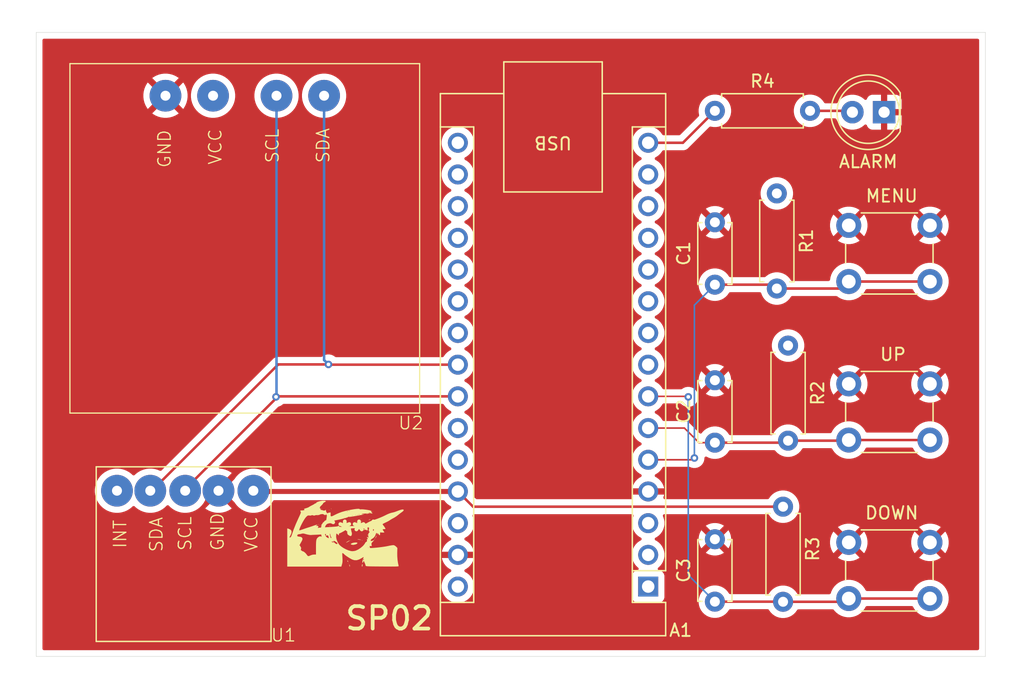
<source format=kicad_pcb>
(kicad_pcb (version 20241229) (generator "pcbnew") (generator_version "9.0")
  (layers (0 "F.Cu" signal) (4 "In1.Cu" signal) (6 "In2.Cu" signal) (2 "B.Cu" signal) (13 "F.Paste" user) (15 "B.Paste" user) (5 "F.SilkS" user "F.Silkscreen") (7 "B.SilkS" user "B.Silkscreen") (1 "F.Mask" user) (3 "B.Mask" user) (25 "Edge.Cuts" user))
  (net 0 "")
  (net 1 "Net-(A1-D12)")
  (net 2 "Net-(A1-D2)")
  (net 6 "Net-(A1-A4)")
  (net 8 "+5V")
  (net 15 "Net-(A1-A5)")
  (net 19 "Net-(A1-D4)")
  (net 21 "GND")
  (net 27 "Net-(A1-D3)")
  (net 30 "Net-(D1-A)")
  (footprint "Resistor_THT:R_Axial_DIN0207_L6.3mm_D2.5mm_P7.62mm_Horizontal" (layer "F.Cu") (at 178.2 82.4 -90)
    (property "Reference" "R1" (at 3.81 -2.37 90) (layer "F.SilkS"))
    (property "Value" "1K")
    (pad "1" thru_hole circle (at 0 0 270) (size 1.6 1.6) (drill 0.8) (layers "*.Cu" "*.Mask") (net 8 "+5V"))
    (pad "2" thru_hole oval (at 7.62 0 270) (size 1.6 1.6) (drill 0.8) (layers "*.Cu" "*.Mask") (net 2 "Net-(A1-D2)"))
  )
  (footprint "LED_THT:LED_D5.0mm" (layer "F.Cu") (at 186.79 75.89 180)
    (property "Reference" "ALARM" (at 1.27 -3.96 0) (layer "F.SilkS"))
    (property "Value" "LED")
    (pad "1" thru_hole rect (at 0 0 180) (size 1.8 1.8) (drill 0.9) (layers "*.Cu" "*.Mask") (net 21 "GND"))
    (pad "2" thru_hole circle (at 2.54 0 180) (size 1.8 1.8) (drill 0.9) (layers "*.Cu" "*.Mask") (net 30 "Net-(D1-A)"))
  )
  (footprint "Button_Switch_THT:SW_PUSH_6mm" (layer "F.Cu") (at 183.96 110.36)
    (property "Reference" "DOWN" (at 3.44 -2.36 0) (layer "F.SilkS"))
    (property "Value" "SW_Push")
    (pad "1" thru_hole circle (at 0 0 90) (size 2 2) (drill 1.1) (layers "*.Cu" "*.Mask") (net 21 "GND"))
    (pad "1" thru_hole circle (at 6.5 0 90) (size 2 2) (drill 1.1) (layers "*.Cu" "*.Mask") (net 21 "GND"))
    (pad "2" thru_hole circle (at 0 4.5 90) (size 2 2) (drill 1.1) (layers "*.Cu" "*.Mask") (net 19 "Net-(A1-D4)"))
    (pad "2" thru_hole circle (at 6.5 4.5 90) (size 2 2) (drill 1.1) (layers "*.Cu" "*.Mask") (net 19 "Net-(A1-D4)"))
  )
  (footprint "Capacitor_THT:C_Disc_D4.7mm_W2.5mm_P5.00mm" (layer "F.Cu") (at 173.24 115.11 90)
    (property "Reference" "C3" (at 2.5 -2.5 90) (layer "F.SilkS"))
    (property "Value" "100n")
    (pad "1" thru_hole circle (at 0 0 90) (size 1.6 1.6) (drill 0.8) (layers "*.Cu" "*.Mask") (net 19 "Net-(A1-D4)"))
    (pad "2" thru_hole circle (at 5 0 90) (size 1.6 1.6) (drill 0.8) (layers "*.Cu" "*.Mask") (net 21 "GND"))
  )
  (footprint "Button_Switch_THT:SW_PUSH_6mm" (layer "F.Cu") (at 183.96 97.66)
    (property "Reference" "UP" (at 3.54 -2.36 0) (layer "F.SilkS"))
    (property "Value" "SW_Push")
    (pad "1" thru_hole circle (at 0 0 90) (size 2 2) (drill 1.1) (layers "*.Cu" "*.Mask") (net 21 "GND"))
    (pad "1" thru_hole circle (at 6.5 0 90) (size 2 2) (drill 1.1) (layers "*.Cu" "*.Mask") (net 21 "GND"))
    (pad "2" thru_hole circle (at 0 4.5 90) (size 2 2) (drill 1.1) (layers "*.Cu" "*.Mask") (net 27 "Net-(A1-D3)"))
    (pad "2" thru_hole circle (at 6.5 4.5 90) (size 2 2) (drill 1.1) (layers "*.Cu" "*.Mask") (net 27 "Net-(A1-D3)"))
  )
  (footprint "Resistor_THT:R_Axial_DIN0207_L6.3mm_D2.5mm_P7.62mm_Horizontal" (layer "F.Cu") (at 173.24 75.78)
    (property "Reference" "R4" (at 3.81 -2.37 0) (layer "F.SilkS"))
    (property "Value" "1k")
    (pad "1" thru_hole circle (at 0 0) (size 1.6 1.6) (drill 0.8) (layers "*.Cu" "*.Mask") (net 1 "Net-(A1-D12)"))
    (pad "2" thru_hole oval (at 7.62 0) (size 1.6 1.6) (drill 0.8) (layers "*.Cu" "*.Mask") (net 30 "Net-(D1-A)"))
  )
  (footprint "Resistor_THT:R_Axial_DIN0207_L6.3mm_D2.5mm_P7.62mm_Horizontal" (layer "F.Cu") (at 179.1 94.59 -90)
    (property "Reference" "R2" (at 3.81 -2.37 90) (layer "F.SilkS"))
    (property "Value" "1K")
    (pad "1" thru_hole circle (at 0 0 270) (size 1.6 1.6) (drill 0.8) (layers "*.Cu" "*.Mask") (net 8 "+5V"))
    (pad "2" thru_hole oval (at 7.62 0 270) (size 1.6 1.6) (drill 0.8) (layers "*.Cu" "*.Mask") (net 27 "Net-(A1-D3)"))
  )
  (footprint "Resistor_THT:R_Axial_DIN0207_L6.3mm_D2.5mm_P7.62mm_Horizontal" (layer "F.Cu") (at 178.7 107.5 -90)
    (property "Reference" "R3" (at 3.39 -2.37 90) (layer "F.SilkS"))
    (property "Value" "1K")
    (pad "1" thru_hole circle (at 0 0 270) (size 1.6 1.6) (drill 0.8) (layers "*.Cu" "*.Mask") (net 8 "+5V"))
    (pad "2" thru_hole oval (at 7.62 0 270) (size 1.6 1.6) (drill 0.8) (layers "*.Cu" "*.Mask") (net 19 "Net-(A1-D4)"))
  )
  (footprint "LOGO" (layer "F.Cu") (at 144 109.5)
    (property "Reference" "G***" (at 0 0 0) (layer "F.SilkS") (effects (font (size 1.5 1.5) (thickness 0.3))))
    (property "Value" "LOGO" (hide yes))
  )
  (footprint "Capacitor_THT:C_Disc_D4.7mm_W2.5mm_P5.00mm" (layer "F.Cu") (at 173.24 89.71 90)
    (property "Reference" "C1" (at 2.5 -2.5 90) (layer "F.SilkS"))
    (property "Value" "100n")
    (pad "1" thru_hole circle (at 0 0 90) (size 1.6 1.6) (drill 0.8) (layers "*.Cu" "*.Mask") (net 2 "Net-(A1-D2)"))
    (pad "2" thru_hole circle (at 5 0 90) (size 1.6 1.6) (drill 0.8) (layers "*.Cu" "*.Mask") (net 21 "GND"))
  )
  (footprint "Capacitor_THT:C_Disc_D4.7mm_W2.5mm_P5.00mm" (layer "F.Cu") (at 173.24 102.37 90)
    (property "Reference" "C2" (at 2.5 -2.5 90) (layer "F.SilkS"))
    (property "Value" "100n")
    (pad "1" thru_hole circle (at 0 0 90) (size 1.6 1.6) (drill 0.8) (layers "*.Cu" "*.Mask") (net 27 "Net-(A1-D3)"))
    (pad "2" thru_hole circle (at 5 0 90) (size 1.6 1.6) (drill 0.8) (layers "*.Cu" "*.Mask") (net 21 "GND"))
  )
  (footprint "footprints:MAX30102" (layer "F.Cu") (at 130.7 111.3)
    (property "Reference" "U1" (at 8 6.5 0) (layer "F.SilkS") (effects (font (thickness 0.1))))
    (property "Value" "MAX30102")
    (fp_text user "SDA" (at -1.6 -0.1 90) (layer "F.SilkS") (effects (font (thickness 0.1)) (justify left bottom)))
    (fp_text user "SCL" (at 0.7 -0.2 90) (layer "F.SilkS") (effects (font (thickness 0.1)) (justify left bottom)))
    (fp_text user "INT" (at -4.5 -0.4 90) (layer "F.SilkS") (effects (font (thickness 0.1)) (justify left bottom)))
    (fp_text user "GND" (at 3.3 -0.2 90) (layer "F.SilkS") (effects (font (thickness 0.1)) (justify left bottom)))
    (fp_text user "VCC" (at 6 -0.1 90) (layer "F.SilkS") (effects (font (thickness 0.1)) (justify left bottom)))
    (pad "1" thru_hole circle (at -5.334 -5.08) (size 2.54 2.54) (drill 0.8) (layers "*.Cu" "*.Mask"))
    (pad "2" thru_hole circle (at -2.667 -5.08) (size 2.54 2.54) (drill 0.8) (layers "*.Cu" "*.Mask") (net 6 "Net-(A1-A4)"))
    (pad "3" thru_hole circle (at 0.127 -5.08) (size 2.54 2.54) (drill 0.8) (layers "*.Cu" "*.Mask") (net 15 "Net-(A1-A5)"))
    (pad "4" thru_hole circle (at 2.794 -5.08) (size 2.54 2.54) (drill 0.8) (layers "*.Cu" "*.Mask") (net 21 "GND"))
    (pad "5" thru_hole circle (at 5.588 -5.08) (size 2.54 2.54) (drill 0.8) (layers "*.Cu" "*.Mask") (net 8 "+5V"))
  )
  (footprint "footprints:Untitled" (layer "F.Cu") (at 135.6 86)
    (property "Reference" "U2" (at 13.3 14.8 0) (layer "F.SilkS") (effects (font (thickness 0.1))))
    (property "Value" "SSD1306")
    (fp_text user "SDA" (at 6.858 -5.969 90) (layer "F.SilkS") (effects (font (thickness 0.1)) (justify left bottom)))
    (fp_text user "GND" (at -5.842 -5.588 90) (layer "F.SilkS") (effects (font (thickness 0.1)) (justify left bottom)))
    (fp_text user "SCL" (at 2.794 -5.969 90) (layer "F.SilkS") (effects (font (thickness 0.1)) (justify left bottom)))
    (fp_text user "VCC" (at -1.778 -5.842 90) (layer "F.SilkS") (effects (font (thickness 0.1)) (justify left bottom)))
    (pad "1" thru_hole circle (at -6.35 -11.43) (size 2.54 2.54) (drill 0.8) (layers "*.Cu" "*.Mask") (net 21 "GND"))
    (pad "2" thru_hole circle (at -2.54 -11.43) (size 2.54 2.54) (drill 0.8) (layers "*.Cu" "*.Mask") (net 8 "+5V"))
    (pad "3" thru_hole circle (at 2.54 -11.43) (size 2.54 2.54) (drill 0.8) (layers "*.Cu" "*.Mask") (net 15 "Net-(A1-A5)"))
    (pad "4" thru_hole circle (at 6.35 -11.43) (size 2.54 2.54) (drill 0.8) (layers "*.Cu" "*.Mask") (net 6 "Net-(A1-A4)"))
  )
  (footprint "Module:Arduino_Nano" (layer "F.Cu") (at 167.9 113.9 180)
    (property "Reference" "A1" (at -2.6 -3.5 0) (layer "F.SilkS"))
    (property "Value" "Arduino_Nano_v3.x")
    (fp_text user "USB" (at 7.62 35.56 180) (layer "F.SilkS"))
    (pad "1" thru_hole rect (at 0 0 180) (size 1.6 1.6) (drill 1) (layers "*.Cu" "*.Mask"))
    (pad "2" thru_hole oval (at 0 2.54 180) (size 1.6 1.6) (drill 1) (layers "*.Cu" "*.Mask"))
    (pad "3" thru_hole oval (at 0 5.08 180) (size 1.6 1.6) (drill 1) (layers "*.Cu" "*.Mask"))
    (pad "4" thru_hole oval (at 0 7.62 180) (size 1.6 1.6) (drill 1) (layers "*.Cu" "*.Mask") (net 21 "GND"))
    (pad "5" thru_hole oval (at 0 10.16 180) (size 1.6 1.6) (drill 1) (layers "*.Cu" "*.Mask") (net 2 "Net-(A1-D2)"))
    (pad "6" thru_hole oval (at 0 12.7 180) (size 1.6 1.6) (drill 1) (layers "*.Cu" "*.Mask") (net 27 "Net-(A1-D3)"))
    (pad "7" thru_hole oval (at 0 15.24 180) (size 1.6 1.6) (drill 1) (layers "*.Cu" "*.Mask") (net 19 "Net-(A1-D4)"))
    (pad "8" thru_hole oval (at 0 17.78 180) (size 1.6 1.6) (drill 1) (layers "*.Cu" "*.Mask"))
    (pad "9" thru_hole oval (at 0 20.32 180) (size 1.6 1.6) (drill 1) (layers "*.Cu" "*.Mask"))
    (pad "10" thru_hole oval (at 0 22.86 180) (size 1.6 1.6) (drill 1) (layers "*.Cu" "*.Mask"))
    (pad "11" thru_hole oval (at 0 25.4 180) (size 1.6 1.6) (drill 1) (layers "*.Cu" "*.Mask"))
    (pad "12" thru_hole oval (at 0 27.94 180) (size 1.6 1.6) (drill 1) (layers "*.Cu" "*.Mask"))
    (pad "13" thru_hole oval (at 0 30.48 180) (size 1.6 1.6) (drill 1) (layers "*.Cu" "*.Mask"))
    (pad "14" thru_hole oval (at 0 33.02 180) (size 1.6 1.6) (drill 1) (layers "*.Cu" "*.Mask"))
    (pad "15" thru_hole oval (at 0 35.56 180) (size 1.6 1.6) (drill 1) (layers "*.Cu" "*.Mask") (net 1 "Net-(A1-D12)"))
    (pad "16" thru_hole oval (at 15.24 35.56 180) (size 1.6 1.6) (drill 1) (layers "*.Cu" "*.Mask"))
    (pad "17" thru_hole oval (at 15.24 33.02 180) (size 1.6 1.6) (drill 1) (layers "*.Cu" "*.Mask"))
    (pad "18" thru_hole oval (at 15.24 30.48 180) (size 1.6 1.6) (drill 1) (layers "*.Cu" "*.Mask"))
    (pad "19" thru_hole oval (at 15.24 27.94 180) (size 1.6 1.6) (drill 1) (layers "*.Cu" "*.Mask"))
    (pad "20" thru_hole oval (at 15.24 25.4 180) (size 1.6 1.6) (drill 1) (layers "*.Cu" "*.Mask"))
    (pad "21" thru_hole oval (at 15.24 22.86 180) (size 1.6 1.6) (drill 1) (layers "*.Cu" "*.Mask"))
    (pad "22" thru_hole oval (at 15.24 20.32 180) (size 1.6 1.6) (drill 1) (layers "*.Cu" "*.Mask"))
    (pad "23" thru_hole oval (at 15.24 17.78 180) (size 1.6 1.6) (drill 1) (layers "*.Cu" "*.Mask") (net 6 "Net-(A1-A4)"))
    (pad "24" thru_hole oval (at 15.24 15.24 180) (size 1.6 1.6) (drill 1) (layers "*.Cu" "*.Mask") (net 15 "Net-(A1-A5)"))
    (pad "25" thru_hole oval (at 15.24 12.7 180) (size 1.6 1.6) (drill 1) (layers "*.Cu" "*.Mask"))
    (pad "26" thru_hole oval (at 15.24 10.16 180) (size 1.6 1.6) (drill 1) (layers "*.Cu" "*.Mask"))
    (pad "27" thru_hole oval (at 15.24 7.62 180) (size 1.6 1.6) (drill 1) (layers "*.Cu" "*.Mask") (net 8 "+5V"))
    (pad "28" thru_hole oval (at 15.24 5.08 180) (size 1.6 1.6) (drill 1) (layers "*.Cu" "*.Mask"))
    (pad "29" thru_hole oval (at 15.24 2.54 180) (size 1.6 1.6) (drill 1) (layers "*.Cu" "*.Mask") (net 21 "GND"))
    (pad "30" thru_hole oval (at 15.24 0 180) (size 1.6 1.6) (drill 1) (layers "*.Cu" "*.Mask"))
  )
  (footprint "Button_Switch_THT:SW_PUSH_6mm" (layer "F.Cu") (at 183.96 84.96)
    (property "Reference" "MENU" (at 3.44 -2.36 0) (layer "F.SilkS"))
    (property "Value" "SW_Push")
    (pad "1" thru_hole circle (at 0 0 90) (size 2 2) (drill 1.1) (layers "*.Cu" "*.Mask") (net 21 "GND"))
    (pad "1" thru_hole circle (at 6.5 0 90) (size 2 2) (drill 1.1) (layers "*.Cu" "*.Mask") (net 21 "GND"))
    (pad "2" thru_hole circle (at 0 4.5 90) (size 2 2) (drill 1.1) (layers "*.Cu" "*.Mask") (net 2 "Net-(A1-D2)"))
    (pad "2" thru_hole circle (at 6.5 4.5 90) (size 2 2) (drill 1.1) (layers "*.Cu" "*.Mask") (net 2 "Net-(A1-D2)"))
  )
  (gr_line (start 194.9 119.5) (end 194.9 69.5) (stroke (width 0.0381)) (layer "Edge.Cuts"))
  (gr_line (start 194.9 69.5) (end 118.9 69.5) (stroke (width 0.0381)) (layer "Edge.Cuts"))
  (gr_line (start 118.9 69.5) (end 118.9 119.5) (stroke (width 0.0381)) (layer "Edge.Cuts"))
  (gr_line (start 118.9 119.5) (end 194.9 119.5) (stroke (width 0.0381)) (layer "Edge.Cuts"))
  (gr_text "SP02" (at 143.5 117.5 0) (layer "F.SilkS") (effects (font (size 1.8 1.8) (thickness 0.3) (bold yes)) (justify left bottom)))
  (segment (start 167.9 78.34) (end 170.68 78.34) (width 0.2) (layer "F.Cu") (net 1))
  (segment (start 170.68 78.34) (end 173.24 75.78) (width 0.2) (layer "F.Cu") (net 1))
  (segment (start 178.2 90.02) (end 183.4 90.02) (width 0.2) (layer "F.Cu") (net 2))
  (segment (start 167.9 103.74) (end 171.46 103.74) (width 0.127) (layer "F.Cu") (net 2))
  (segment (start 183.4 90.02) (end 183.96 89.46) (width 0.2) (layer "F.Cu") (net 2))
  (segment (start 177.89 89.71) (end 178.2 90.02) (width 0.2) (layer "F.Cu") (net 2))
  (segment (start 171.46 103.74) (end 171.6 103.6) (width 0.127) (layer "F.Cu") (net 2))
  (segment (start 183.96 89.46) (end 190.46 89.46) (width 0.2) (layer "F.Cu") (net 2))
  (segment (start 173.24 89.71) (end 177.89 89.71) (width 0.2) (layer "F.Cu") (net 2))
  (via (at 171.6 103.6) (size 0.6) (drill 0.3) (layers "F.Cu" "B.Cu") (net 2))
  (segment (start 171.6 103.6) (end 171.6 91.35) (width 0.127) (layer "B.Cu") (net 2))
  (segment (start 171.6 91.35) (end 173.24 89.71) (width 0.127) (layer "B.Cu") (net 2))
  (segment (start 138.28 96.1) (end 128.16 106.22) (width 0.2) (layer "F.Cu") (net 6))
  (segment (start 152.66 96.12) (end 142.32 96.12) (width 0.2) (layer "F.Cu") (net 6))
  (segment (start 142.3 96.1) (end 138.28 96.1) (width 0.2) (layer "F.Cu") (net 6))
  (segment (start 142.32 96.12) (end 142.3 96.1) (width 0.2) (layer "F.Cu") (net 6))
  (via (at 142.3 96.1) (size 0.6) (drill 0.3) (layers "F.Cu" "B.Cu") (net 6))
  (segment (start 142.3 96.1) (end 141.95 95.75) (width 0.2) (layer "B.Cu") (net 6))
  (segment (start 141.95 95.75) (end 141.95 74.57) (width 0.2) (layer "B.Cu") (net 6))
  (segment (start 135.84 106.28) (end 135.78 106.22) (width 0.4) (layer "F.Cu") (net 8))
  (segment (start 153.88 107.5) (end 152.66 106.28) (width 0.2) (layer "F.Cu") (net 8))
  (segment (start 152.66 106.28) (end 135.84 106.28) (width 0.4) (layer "F.Cu") (net 8))
  (segment (start 178.7 107.5) (end 153.88 107.5) (width 0.2) (layer "F.Cu") (net 8))
  (segment (start 138.1 98.7) (end 138.1 98.82) (width 0.2) (layer "F.Cu") (net 15))
  (segment (start 138.14 98.66) (end 138.1 98.7) (width 0.2) (layer "F.Cu") (net 15))
  (segment (start 138.1 98.82) (end 130.7 106.22) (width 0.2) (layer "F.Cu") (net 15))
  (segment (start 152.66 98.66) (end 138.14 98.66) (width 0.2) (layer "F.Cu") (net 15))
  (via (at 138.1 98.7) (size 0.6) (drill 0.3) (layers "F.Cu" "B.Cu") (net 15))
  (segment (start 138.14 98.66) (end 138.14 74.57) (width 0.2) (layer "B.Cu") (net 15))
  (segment (start 138.1 98.7) (end 138.14 98.66) (width 0.2) (layer "B.Cu") (net 15))
  (segment (start 171.0695 98.66) (end 171.1095 98.7) (width 0.127) (layer "F.Cu") (net 19))
  (segment (start 178.7 115.12) (end 183.7 115.12) (width 0.2) (layer "F.Cu") (net 19))
  (segment (start 183.96 114.86) (end 190.46 114.86) (width 0.2) (layer "F.Cu") (net 19))
  (segment (start 183.7 115.12) (end 183.96 114.86) (width 0.2) (layer "F.Cu") (net 19))
  (segment (start 167.9 98.66) (end 171.0695 98.66) (width 0.127) (layer "F.Cu") (net 19))
  (segment (start 178.69 115.11) (end 178.7 115.12) (width 0.2) (layer "F.Cu") (net 19))
  (segment (start 173.24 115.11) (end 178.69 115.11) (width 0.2) (layer "F.Cu") (net 19))
  (via (at 171.1095 98.7) (size 0.6) (drill 0.3) (layers "F.Cu" "B.Cu") (net 19))
  (segment (start 171.1095 98.7) (end 171.1095 112.9795) (width 0.127) (layer "B.Cu") (net 19))
  (segment (start 171.1095 112.9795) (end 173.24 115.11) (width 0.127) (layer "B.Cu") (net 19))
  (segment (start 183.91 102.21) (end 183.96 102.16) (width 0.2) (layer "F.Cu") (net 27))
  (segment (start 178.94 102.37) (end 179.1 102.21) (width 0.2) (layer "F.Cu") (net 27))
  (segment (start 173.24 102.37) (end 171.97 102.37) (width 0.127) (layer "F.Cu") (net 27))
  (segment (start 171.97 102.37) (end 170.8 101.2) (width 0.127) (layer "F.Cu") (net 27))
  (segment (start 183.96 102.16) (end 190.46 102.16) (width 0.2) (layer "F.Cu") (net 27))
  (segment (start 170.8 101.2) (end 167.9 101.2) (width 0.127) (layer "F.Cu") (net 27))
  (segment (start 173.24 102.37) (end 178.94 102.37) (width 0.2) (layer "F.Cu") (net 27))
  (segment (start 179.1 102.21) (end 183.91 102.21) (width 0.2) (layer "F.Cu") (net 27))
  (segment (start 184.14 75.78) (end 184.25 75.89) (width 0.2) (layer "F.Cu") (net 30))
  (segment (start 180.86 75.78) (end 184.14 75.78) (width 0.2) (layer "F.Cu") (net 30))
  (zone (net 21) (net_name "GND") (layers "F.Cu" "In1.Cu") (connect_pads (clearance 0.5)) (min_thickness 0.25) (fill yes (thermal_gap 0.5) (thermal_bridge_width 0.5))
    (polygon (pts (xy 116.9 66.9) (xy 116 66.9) (xy 116 122.1) (xy 198 122) (xy 198 67)))
  )
)
</source>
